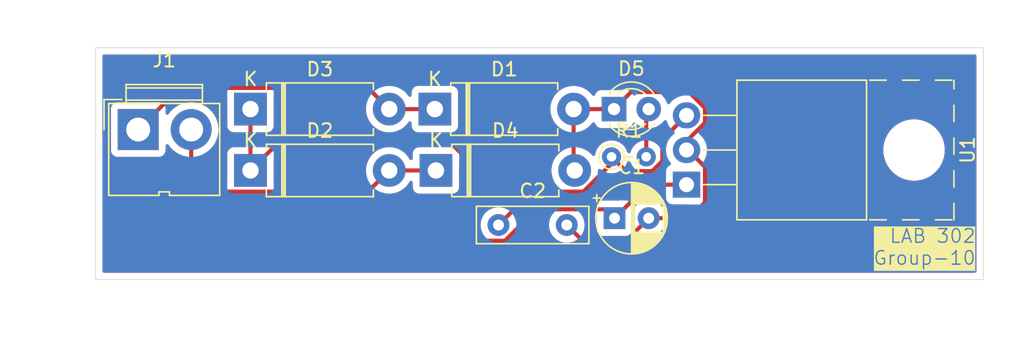
<source format=kicad_pcb>
(kicad_pcb (version 20240108) (generator "pcbnew") (generator_version "8.0")
  (layers (0 "F.Cu" signal) (31 "B.Cu" signal) (34 "B.Paste" user) (35 "F.Paste" user) (36 "B.SilkS" user "B.Silkscreen") (37 "F.SilkS" user "F.Silkscreen") (38 "B.Mask" user) (39 "F.Mask" user) (44 "Edge.Cuts" user))
  (net 0 "")
  (net 1 "Net-(D1-A)")
  (net 2 "Net-(D2-K)")
  (net 3 "Net-(U1-OUT)")
  (net 4 "Net-(D1-K)")
  (net 5 "Net-(D2-A)")
  (net 6 "Net-(D5-A)")
  (footprint "Capacitor_THT:C_Disc_D8.0mm_W2.5mm_P5.00mm" (layer "F.Cu") (at 140.5 65.5)
    (property "Reference" "C2" (at 2.5 -2.5 0) (layer "F.SilkS"))
    (property "Value" "C")
    (fp_line (start -1.62 -1.37) (end -1.62 1.37) (stroke (width 0.12)) (layer "F.SilkS"))
    (fp_line (start -1.62 -1.37) (end 6.62 -1.37) (stroke (width 0.12)) (layer "F.SilkS"))
    (fp_line (start -1.62 1.37) (end 6.62 1.37) (stroke (width 0.12)) (layer "F.SilkS"))
    (fp_line (start 6.62 -1.37) (end 6.62 1.37) (stroke (width 0.12)) (layer "F.SilkS"))
    (pad "1" thru_hole circle (at 0 0) (size 1.6 1.6) (drill 0.8) (layers "*.Cu" "*.Mask") (net 3 "Net-(U1-OUT)"))
    (pad "2" thru_hole circle (at 5 0) (size 1.6 1.6) (drill 0.8) (layers "*.Cu" "*.Mask") (net 1 "Net-(D1-A)"))
  )
  (footprint "Connector:JWT_A3963_1x02_P3.96mm_Vertical" (layer "F.Cu") (at 114.12 58.5)
    (property "Reference" "J1" (at 1.91 -5.08 0) (layer "F.SilkS"))
    (property "Value" "Conn_01x02")
    (fp_line (start -2.5 -2.2) (end -2.5 0) (stroke (width 0.12)) (layer "F.SilkS"))
    (fp_line (start -2.16 -1.91) (end -2.16 0) (stroke (width 0.12)) (layer "F.SilkS"))
    (fp_line (start -2.16 -1.91) (end 5.97 -1.91) (stroke (width 0.12)) (layer "F.SilkS"))
    (fp_line (start -2.16 0) (end -2.16 4.83) (stroke (width 0.12)) (layer "F.SilkS"))
    (fp_line (start -1.2 -2.2) (end -2.5 -2.2) (stroke (width 0.12)) (layer "F.SilkS"))
    (fp_line (start -0.89 -3.3) (end 4.7 -3.3) (stroke (width 0.12)) (layer "F.SilkS"))
    (fp_line (start -0.89 -3.05) (end 4.7 -3.05) (stroke (width 0.12)) (layer "F.SilkS"))
    (fp_line (start -0.89 -2.16) (end 4.7 -2.16) (stroke (width 0.12)) (layer "F.SilkS"))
    (fp_line (start -0.89 -1.91) (end -0.89 -3.3) (stroke (width 0.12)) (layer "F.SilkS"))
    (fp_line (start 1.52 4.57) (end 2.29 4.57) (stroke (width 0.12)) (layer "F.SilkS"))
    (fp_line (start 1.52 4.83) (end -2.16 4.83) (stroke (width 0.12)) (layer "F.SilkS"))
    (fp_line (start 1.52 4.83) (end 1.52 4.57) (stroke (width 0.12)) (layer "F.SilkS"))
    (fp_line (start 2.29 4.57) (end 2.29 4.83) (stroke (width 0.12)) (layer "F.SilkS"))
    (fp_line (start 2.29 4.83) (end 5.97 4.83) (stroke (width 0.12)) (layer "F.SilkS"))
    (fp_line (start 4.7 -1.91) (end 4.7 -3.3) (stroke (width 0.12)) (layer "F.SilkS"))
    (fp_line (start 5.97 -1.91) (end 5.97 0) (stroke (width 0.12)) (layer "F.SilkS"))
    (fp_line (start 5.97 4.83) (end 5.97 0) (stroke (width 0.12)) (layer "F.SilkS"))
    (pad "1" thru_hole rect (at 0 0) (size 3 3) (drill 1.75) (layers "*.Cu" "*.Mask") (net 4 "Net-(D1-K)"))
    (pad "2" thru_hole circle (at 3.88 0) (size 3 3) (drill 1.75) (layers "*.Cu" "*.Mask") (net 5 "Net-(D2-A)"))
  )
  (footprint "Capacitor_THT:CP_Radial_D5.0mm_P2.50mm" (layer "F.Cu") (at 149 65)
    (property "Reference" "C1" (at 1.25 -3.75 0) (layer "F.SilkS"))
    (property "Value" "2200u")
    (fp_line (start -1.554775 -1.475) (end -1.054775 -1.475) (stroke (width 0.12)) (layer "F.SilkS"))
    (fp_line (start -1.304775 -1.725) (end -1.304775 -1.225) (stroke (width 0.12)) (layer "F.SilkS"))
    (fp_line (start 1.25 -2.58) (end 1.25 2.58) (stroke (width 0.12)) (layer "F.SilkS"))
    (fp_line (start 1.29 -2.58) (end 1.29 2.58) (stroke (width 0.12)) (layer "F.SilkS"))
    (fp_line (start 1.33 -2.579) (end 1.33 2.579) (stroke (width 0.12)) (layer "F.SilkS"))
    (fp_line (start 1.37 -2.578) (end 1.37 2.578) (stroke (width 0.12)) (layer "F.SilkS"))
    (fp_line (start 1.41 -2.576) (end 1.41 2.576) (stroke (width 0.12)) (layer "F.SilkS"))
    (fp_line (start 1.45 -2.573) (end 1.45 2.573) (stroke (width 0.12)) (layer "F.SilkS"))
    (fp_line (start 1.49 -2.569) (end 1.49 -1.04) (stroke (width 0.12)) (layer "F.SilkS"))
    (fp_line (start 1.49 1.04) (end 1.49 2.569) (stroke (width 0.12)) (layer "F.SilkS"))
    (fp_line (start 1.53 -2.565) (end 1.53 -1.04) (stroke (width 0.12)) (layer "F.SilkS"))
    (fp_line (start 1.53 1.04) (end 1.53 2.565) (stroke (width 0.12)) (layer "F.SilkS"))
    (fp_line (start 1.57 -2.561) (end 1.57 -1.04) (stroke (width 0.12)) (layer "F.SilkS"))
    (fp_line (start 1.57 1.04) (end 1.57 2.561) (stroke (width 0.12)) (layer "F.SilkS"))
    (fp_line (start 1.61 -2.556) (end 1.61 -1.04) (stroke (width 0.12)) (layer "F.SilkS"))
    (fp_line (start 1.61 1.04) (end 1.61 2.556) (stroke (width 0.12)) (layer "F.SilkS"))
    (fp_line (start 1.65 -2.55) (end 1.65 -1.04) (stroke (width 0.12)) (layer "F.SilkS"))
    (fp_line (start 1.65 1.04) (end 1.65 2.55) (stroke (width 0.12)) (layer "F.SilkS"))
    (fp_line (start 1.69 -2.543) (end 1.69 -1.04) (stroke (width 0.12)) (layer "F.SilkS"))
    (fp_line (start 1.69 1.04) (end 1.69 2.543) (stroke (width 0.12)) (layer "F.SilkS"))
    (fp_line (start 1.73 -2.536) (end 1.73 -1.04) (stroke (width 0.12)) (layer "F.SilkS"))
    (fp_line (start 1.73 1.04) (end 1.73 2.536) (stroke (width 0.12)) (layer "F.SilkS"))
    (fp_line (start 1.77 -2.528) (end 1.77 -1.04) (stroke (width 0.12)) (layer "F.SilkS"))
    (fp_line (start 1.77 1.04) (end 1.77 2.528) (stroke (width 0.12)) (layer "F.SilkS"))
    (fp_line (start 1.81 -2.52) (end 1.81 -1.04) (stroke (width 0.12)) (layer "F.SilkS"))
    (fp_line (start 1.81 1.04) (end 1.81 2.52) (stroke (width 0.12)) (layer "F.SilkS"))
    (fp_line (start 1.85 -2.511) (end 1.85 -1.04) (stroke (width 0.12)) (layer "F.SilkS"))
    (fp_line (start 1.85 1.04) (end 1.85 2.511) (stroke (width 0.12)) (layer "F.SilkS"))
    (fp_line (start 1.89 -2.501) (end 1.89 -1.04) (stroke (width 0.12)) (layer "F.SilkS"))
    (fp_line (start 1.89 1.04) (end 1.89 2.501) (stroke (width 0.12)) (layer "F.SilkS"))
    (fp_line (start 1.93 -2.491) (end 1.93 -1.04) (stroke (width 0.12)) (layer "F.SilkS"))
    (fp_line (start 1.93 1.04) (end 1.93 2.491) (stroke (width 0.12)) (layer "F.SilkS"))
    (fp_line (start 1.971 -2.48) (end 1.971 -1.04) (stroke (width 0.12)) (layer "F.SilkS"))
    (fp_line (start 1.971 1.04) (end 1.971 2.48) (stroke (width 0.12)) (layer "F.SilkS"))
    (fp_line (start 2.011 -2.468) (end 2.011 -1.04) (stroke (width 0.12)) (layer "F.SilkS"))
    (fp_line (start 2.011 1.04) (end 2.011 2.468) (stroke (width 0.12)) (layer "F.SilkS"))
    (fp_line (start 2.051 -2.455) (end 2.051 -1.04) (stroke (width 0.12)) (layer "F.SilkS"))
    (fp_line (start 2.051 1.04) (end 2.051 2.455) (stroke (width 0.12)) (layer "F.SilkS"))
    (fp_line (start 2.091 -2.442) (end 2.091 -1.04) (stroke (width 0.12)) (layer "F.SilkS"))
    (fp_line (start 2.091 1.04) (end 2.091 2.442) (stroke (width 0.12)) (layer "F.SilkS"))
    (fp_line (start 2.131 -2.428) (end 2.131 -1.04) (stroke (width 0.12)) (layer "F.SilkS"))
    (fp_line (start 2.131 1.04) (end 2.131 2.428) (stroke (width 0.12)) (layer "F.SilkS"))
    (fp_line (start 2.171 -2.414) (end 2.171 -1.04) (stroke (width 0.12)) (layer "F.SilkS"))
    (fp_line (start 2.171 1.04) (end 2.171 2.414) (stroke (width 0.12)) (layer "F.SilkS"))
    (fp_line (start 2.211 -2.398) (end 2.211 -1.04) (stroke (width 0.12)) (layer "F.SilkS"))
    (fp_line (start 2.211 1.04) (end 2.211 2.398) (stroke (width 0.12)) (layer "F.SilkS"))
    (fp_line (start 2.251 -2.382) (end 2.251 -1.04) (stroke (width 0.12)) (layer "F.SilkS"))
    (fp_line (start 2.251 1.04) (end 2.251 2.382) (stroke (width 0.12)) (layer "F.SilkS"))
    (fp_line (start 2.291 -2.365) (end 2.291 -1.04) (stroke (width 0.12)) (layer "F.SilkS"))
    (fp_line (start 2.291 1.04) (end 2.291 2.365) (stroke (width 0.12)) (layer "F.SilkS"))
    (fp_line (start 2.331 -2.348) (end 2.331 -1.04) (stroke (width 0.12)) (layer "F.SilkS"))
    (fp_line (start 2.331 1.04) (end 2.331 2.348) (stroke (width 0.12)) (layer "F.SilkS"))
    (fp_line (start 2.371 -2.329) (end 2.371 -1.04) (stroke (width 0.12)) (layer "F.SilkS"))
    (fp_line (start 2.371 1.04) (end 2.371 2.329) (stroke (width 0.12)) (layer "F.SilkS"))
    (fp_line (start 2.411 -2.31) (end 2.411 -1.04) (stroke (width 0.12)) (layer "F.SilkS"))
    (fp_line (start 2.411 1.04) (end 2.411 2.31) (stroke (width 0.12)) (layer "F.SilkS"))
    (fp_line (start 2.451 -2.29) (end 2.451 -1.04) (stroke (width 0.12)) (layer "F.SilkS"))
    (fp_line (start 2.451 1.04) (end 2.451 2.29) (stroke (width 0.12)) (layer "F.SilkS"))
    (fp_line (start 2.491 -2.268) (end 2.491 -1.04) (stroke (width 0.12)) (layer "F.SilkS"))
    (fp_line (start 2.491 1.04) (end 2.491 2.268) (stroke (width 0.12)) (layer "F.SilkS"))
    (fp_line (start 2.531 -2.247) (end 2.531 -1.04) (stroke (width 0.12)) (layer "F.SilkS"))
    (fp_line (start 2.531 1.04) (end 2.531 2.247) (stroke (width 0.12)) (layer "F.SilkS"))
    (fp_line (start 2.571 -2.224) (end 2.571 -1.04) (stroke (width 0.12)) (layer "F.SilkS"))
    (fp_line (start 2.571 1.04) (end 2.571 2.224) (stroke (width 0.12)) (layer "F.SilkS"))
    (fp_line (start 2.611 -2.2) (end 2.611 -1.04) (stroke (width 0.12)) (layer "F.SilkS"))
    (fp_line (start 2.611 1.04) (end 2.611 2.2) (stroke (width 0.12)) (layer "F.SilkS"))
    (fp_line (start 2.651 -2.175) (end 2.651 -1.04) (stroke (width 0.12)) (layer "F.SilkS"))
    (fp_line (start 2.651 1.04) (end 2.651 2.175) (stroke (width 0.12)) (layer "F.SilkS"))
    (fp_line (start 2.691 -2.149) (end 2.691 -1.04) (stroke (width 0.12)) (layer "F.SilkS"))
    (fp_line (start 2.691 1.04) (end 2.691 2.149) (stroke (width 0.12)) (layer "F.SilkS"))
    (fp_line (start 2.731 -2.122) (end 2.731 -1.04) (stroke (width 0.12)) (layer "F.SilkS"))
    (fp_line (start 2.731 1.04) (end 2.731 2.122) (stroke (width 0.12)) (layer "F.SilkS"))
    (fp_line (start 2.771 -2.095) (end 2.771 -1.04) (stroke (width 0.12)) (layer "F.SilkS"))
    (fp_line (start 2.771 1.04) (end 2.771 2.095) (stroke (width 0.12)) (layer "F.SilkS"))
    (fp_line (start 2.811 -2.065) (end 2.811 -1.04) (stroke (width 0.12)) (layer "F.SilkS"))
    (fp_line (start 2.811 1.04) (end 2.811 2.065) (stroke (width 0.12)) (layer "F.SilkS"))
    (fp_line (start 2.851 -2.035) (end 2.851 -1.04) (stroke (width 0.12)) (layer "F.SilkS"))
    (fp_line (start 2.851 1.04) (end 2.851 2.035) (stroke (width 0.12)) (layer "F.SilkS"))
    (fp_line (start 2.891 -2.004) (end 2.891 -1.04) (stroke (width 0.12)) (layer "F.SilkS"))
    (fp_line (start 2.891 1.04) (end 2.891 2.004) (stroke (width 0.12)) (layer "F.SilkS"))
    (fp_line (start 2.931 -1.971) (end 2.931 -1.04) (stroke (width 0.12)) (layer "F.SilkS"))
    (fp_line (start 2.931 1.04) (end 2.931 1.971) (stroke (width 0.12)) (layer "F.SilkS"))
    (fp_line (start 2.971 -1.937) (end 2.971 -1.04) (stroke (width 0.12)) (layer "F.SilkS"))
    (fp_line (start 2.971 1.04) (end 2.971 1.937) (stroke (width 0.12)) (layer "F.SilkS"))
    (fp_line (start 3.011 -1.901) (end 3.011 -1.04) (stroke (width 0.12)) (layer "F.SilkS"))
    (fp_line (start 3.011 1.04) (end 3.011 1.901) (stroke (width 0.12)) (layer "F.SilkS"))
    (fp_line (start 3.051 -1.864) (end 3.051 -1.04) (stroke (width 0.12)) (layer "F.SilkS"))
    (fp_line (start 3.051 1.04) (end 3.051 1.864) (stroke (width 0.12)) (layer "F.SilkS"))
    (fp_line (start 3.091 -1.826) (end 3.091 -1.04) (stroke (width 0.12)) (layer "F.SilkS"))
    (fp_line (start 3.091 1.04) (end 3.091 1.826) (stroke (width 0.12)) (layer "F.SilkS"))
    (fp_line (start 3.131 -1.785) (end 3.131 -1.04) (stroke (width 0.12)) (layer "F.SilkS"))
    (fp_line (start 3.131 1.04) (end 3.131 1.785) (stroke (width 0.12)) (layer "F.SilkS"))
    (fp_line (start 3.171 -1.743) (end 3.171 -1.04) (stroke (width 0.12)) (layer "F.SilkS"))
    (fp_line (start 3.171 1.04) (end 3.171 1.743) (stroke (width 0.12)) (layer "F.SilkS"))
    (fp_line (start 3.211 -1.699) (end 3.211 -1.04) (stroke (width 0.12)) (layer "F.SilkS"))
    (fp_line (start 3.211 1.04) (end 3.211 1.699) (stroke (width 0.12)) (layer "F.SilkS"))
    (fp_line (start 3.251 -1.653) (end 3.251 -1.04) (stroke (width 0.12)) (layer "F.SilkS"))
    (fp_line (start 3.251 1.04) (end 3.251 1.653) (stroke (width 0.12)) (layer "F.SilkS"))
    (fp_line (start 3.291 -1.605) (end 3.291 -1.04) (stroke (width 0.12)) (layer "F.SilkS"))
    (fp_line (start 3.291 1.04) (end 3.291 1.605) (stroke (width 0.12)) (layer "F.SilkS"))
    (fp_line (start 3.331 -1.554) (end 3.331 -1.04) (stroke (width 0.12)) (layer "F.SilkS"))
    (fp_line (start 3.331 1.04) (end 3.331 1.554) (stroke (width 0.12)) (layer "F.SilkS"))
    (fp_line (start 3.371 -1.5) (end 3.371 -1.04) (stroke (width 0.12)) (layer "F.SilkS"))
    (fp_line (start 3.371 1.04) (end 3.371 1.5) (stroke (width 0.12)) (layer "F.SilkS"))
    (fp_line (start 3.411 -1.443) (end 3.411 -1.04) (stroke (width 0.12)) (layer "F.SilkS"))
    (fp_line (start 3.411 1.04) (end 3.411 1.443) (stroke (width 0.12)) (layer "F.SilkS"))
    (fp_line (start 3.451 -1.383) (end 3.451 -1.04) (stroke (width 0.12)) (layer "F.SilkS"))
    (fp_line (start 3.451 1.04) (end 3.451 1.383) (stroke (width 0.12)) (layer "F.SilkS"))
    (fp_line (start 3.491 -1.319) (end 3.491 -1.04) (stroke (width 0.12)) (layer "F.SilkS"))
    (fp_line (start 3.491 1.04) (end 3.491 1.319) (stroke (width 0.12)) (layer "F.SilkS"))
    (fp_line (start 3.531 -1.251) (end 3.531 -1.04) (stroke (width 0.12)) (layer "F.SilkS"))
    (fp_line (start 3.531 1.04) (end 3.531 1.251) (stroke (width 0.12)) (layer "F.SilkS"))
    (fp_line (start 3.571 -1.178) (end 3.571 1.178) (stroke (width 0.12)) (layer "F.SilkS"))
    (fp_line (start 3.611 -1.098) (end 3.611 1.098) (stroke (width 0.12)) (layer "F.SilkS"))
    (fp_line (start 3.651 -1.011) (end 3.651 1.011) (stroke (width 0.12)) (layer "F.SilkS"))
    (fp_line (start 3.691 -0.915) (end 3.691 0.915) (stroke (width 0.12)) (layer "F.SilkS"))
    (fp_line (start 3.731 -0.805) (end 3.731 0.805) (stroke (width 0.12)) (layer "F.SilkS"))
    (fp_line (start 3.771 -0.677) (end 3.771 0.677) (stroke (width 0.12)) (layer "F.SilkS"))
    (fp_line (start 3.811 -0.518) (end 3.811 0.518) (stroke (width 0.12)) (layer "F.SilkS"))
    (fp_line (start 3.851 -0.284) (end 3.851 0.284) (stroke (width 0.12)) (layer "F.SilkS"))
    (fp_circle (center 1.25 0) (end 3.87 0) (stroke (width 0.12)) (fill none) (layer "F.SilkS"))
    (pad "1" thru_hole rect (at 0 0) (size 1.6 1.6) (drill 0.8) (layers "*.Cu" "*.Mask") (net 2 "Net-(D2-K)"))
    (pad "2" thru_hole circle (at 2.5 0) (size 1.6 1.6) (drill 0.8) (layers "*.Cu" "*.Mask") (net 1 "Net-(D1-A)"))
  )
  (footprint "Resistor_THT:R_Axial_DIN0204_L3.6mm_D1.6mm_P2.54mm_Vertical" (layer "F.Cu") (at 148.78 60.5)
    (property "Reference" "R1" (at 1.27 -1.92 0) (layer "F.SilkS"))
    (property "Value" "R")
    (fp_line (start 0.92 0) (end 1.54 0) (stroke (width 0.12)) (layer "F.SilkS"))
    (fp_circle (center 0 0) (end 0.92 0) (stroke (width 0.12)) (fill none) (layer "F.SilkS"))
    (pad "1" thru_hole circle (at 0 0) (size 1.4 1.4) (drill 0.7) (layers "*.Cu" "*.Mask") (net 3 "Net-(U1-OUT)"))
    (pad "2" thru_hole oval (at 2.54 0) (size 1.4 1.4) (drill 0.7) (layers "*.Cu" "*.Mask") (net 6 "Net-(D5-A)"))
  )
  (footprint "Package_TO_SOT_THT:TO-220-3_Horizontal_TabUp" (layer "F.Cu") (at 154.27 62.54 90)
    (property "Reference" "U1" (at 2.54 20.58 90) (layer "F.SilkS"))
    (property "Value" "L7805")
    (fp_line (start 5.08 1.15) (end 5.08 3.69) (stroke (width 0.12)) (layer "F.SilkS"))
    (fp_line (start 2.54 1.15) (end 2.54 3.69) (stroke (width 0.12)) (layer "F.SilkS"))
    (fp_line (start 0 1.15) (end 0 3.69) (stroke (width 0.12)) (layer "F.SilkS"))
    (fp_line (start 7.66 3.69) (end 7.66 13.18) (stroke (width 0.12)) (layer "F.SilkS"))
    (fp_line (start -2.58 3.69) (end 7.66 3.69) (stroke (width 0.12)) (layer "F.SilkS"))
    (fp_line (start -2.58 3.69) (end -2.58 13.18) (stroke (width 0.12)) (layer "F.SilkS"))
    (fp_line (start -2.58 13.18) (end 7.66 13.18) (stroke (width 0.12)) (layer "F.SilkS"))
    (fp_line (start 7.66 13.42) (end 7.66 14.62) (stroke (width 0.12)) (layer "F.SilkS"))
    (fp_line (start -2.58 13.42) (end -2.58 14.62) (stroke (width 0.12)) (layer "F.SilkS"))
    (fp_line (start 7.66 15.82) (end 7.66 17.02) (stroke (width 0.12)) (layer "F.SilkS"))
    (fp_line (start -2.58 15.82) (end -2.58 17.02) (stroke (width 0.12)) (layer "F.SilkS"))
    (fp_line (start 7.66 18.22) (end 7.66 19.42) (stroke (width 0.12)) (layer "F.SilkS"))
    (fp_line (start -2.58 18.22) (end -2.58 19.42) (stroke (width 0.12)) (layer "F.SilkS"))
    (fp_line (start 7.02 19.58) (end 7.66 19.58) (stroke (width 0.12)) (layer "F.SilkS"))
    (fp_line (start 4.62 19.58) (end 5.82 19.58) (stroke (width 0.12)) (layer "F.SilkS"))
    (fp_line (start 2.22 19.58) (end 3.42 19.58) (stroke (width 0.12)) (layer "F.SilkS"))
    (fp_line (start -0.181 19.58) (end 1.02 19.58) (stroke (width 0.12)) (layer "F.SilkS"))
    (fp_line (start -2.58 19.58) (end -1.38 19.58) (stroke (width 0.12)) (layer "F.SilkS"))
    (pad "" np_thru_hole oval (at 2.54 16.66 90) (size 3.5 3.5) (drill 3.5) (layers "*.Cu" "*.Mask"))
    (pad "1" thru_hole rect (at 0 0 90) (size 1.905 2) (drill 1.1) (layers "*.Cu" "*.Mask") (net 2 "Net-(D2-K)"))
    (pad "2" thru_hole oval (at 2.54 0 90) (size 1.905 2) (drill 1.1) (layers "*.Cu" "*.Mask") (net 1 "Net-(D1-A)"))
    (pad "3" thru_hole oval (at 5.08 0 90) (size 1.905 2) (drill 1.1) (layers "*.Cu" "*.Mask") (net 3 "Net-(U1-OUT)"))
  )
  (footprint "LED_THT:LED_D3.0mm" (layer "F.Cu") (at 148.96 57)
    (property "Reference" "D5" (at 1.27 -2.96 0) (layer "F.SilkS"))
    (property "Value" "LED")
    (fp_line (start -0.29 -1.236) (end -0.29 -1.08) (stroke (width 0.12)) (layer "F.SilkS"))
    (fp_line (start -0.29 1.08) (end -0.29 1.236) (stroke (width 0.12)) (layer "F.SilkS"))
    (fp_arc (start -0.29 -1.235516) (mid 1.366487 -1.987659) (end 2.942335 -1.078608) (stroke (width 0.12)) (layer "F.SilkS"))
    (fp_arc (start 0.229039 -1.08) (mid 1.270117 -1.5) (end 2.31113 -1.079837) (stroke (width 0.12)) (layer "F.SilkS"))
    (fp_arc (start 2.31113 1.079837) (mid 1.270117 1.5) (end 0.229039 1.08) (stroke (width 0.12)) (layer "F.SilkS"))
    (fp_arc (start 2.942335 1.078608) (mid 1.366487 1.987659) (end -0.29 1.235516) (stroke (width 0.12)) (layer "F.SilkS"))
    (pad "1" thru_hole rect (at 0 0) (size 1.8 1.8) (drill 0.9) (layers "*.Cu" "*.Mask") (net 1 "Net-(D1-A)"))
    (pad "2" thru_hole circle (at 2.54 0) (size 1.8 1.8) (drill 0.9) (layers "*.Cu" "*.Mask") (net 6 "Net-(D5-A)"))
  )
  (footprint "Diode_THT:D_DO-15_P10.16mm_Horizontal" (layer "F.Cu") (at 135.92 61.5)
    (property "Reference" "D4" (at 5.08 -2.92 0) (layer "F.SilkS"))
    (property "Value" "Diode")
    (fp_line (start 1.16 -1.92) (end 9 -1.92) (stroke (width 0.12)) (layer "F.SilkS"))
    (fp_line (start 1.16 -1.44) (end 1.16 -1.92) (stroke (width 0.12)) (layer "F.SilkS"))
    (fp_line (start 1.16 1.44) (end 1.16 1.92) (stroke (width 0.12)) (layer "F.SilkS"))
    (fp_line (start 1.16 1.92) (end 9 1.92) (stroke (width 0.12)) (layer "F.SilkS"))
    (fp_line (start 2.3 -1.92) (end 2.3 1.92) (stroke (width 0.12)) (layer "F.SilkS"))
    (fp_line (start 2.42 -1.92) (end 2.42 1.92) (stroke (width 0.12)) (layer "F.SilkS"))
    (fp_line (start 2.54 -1.92) (end 2.54 1.92) (stroke (width 0.12)) (layer "F.SilkS"))
    (fp_line (start 9 -1.92) (end 9 -1.44) (stroke (width 0.12)) (layer "F.SilkS"))
    (fp_line (start 9 1.92) (end 9 1.44) (stroke (width 0.12)) (layer "F.SilkS"))
    (fp_text user "K" (at 0 -2.2 0) (layer "F.SilkS"))
    (pad "1" thru_hole rect (at 0 0) (size 2.4 2.4) (drill 1.2) (layers "*.Cu" "*.Mask") (net 5 "Net-(D2-A)"))
    (pad "2" thru_hole oval (at 10.16 0) (size 2.4 2.4) (drill 1.2) (layers "*.Cu" "*.Mask") (net 1 "Net-(D1-A)"))
  )
  (footprint "Diode_THT:D_DO-15_P10.16mm_Horizontal" (layer "F.Cu") (at 135.84 57)
    (property "Reference" "D1" (at 5.08 -2.92 0) (layer "F.SilkS"))
    (property "Value" "Diode")
    (fp_line (start 1.16 -1.92) (end 9 -1.92) (stroke (width 0.12)) (layer "F.SilkS"))
    (fp_line (start 1.16 -1.44) (end 1.16 -1.92) (stroke (width 0.12)) (layer "F.SilkS"))
    (fp_line (start 1.16 1.44) (end 1.16 1.92) (stroke (width 0.12)) (layer "F.SilkS"))
    (fp_line (start 1.16 1.92) (end 9 1.92) (stroke (width 0.12)) (layer "F.SilkS"))
    (fp_line (start 2.3 -1.92) (end 2.3 1.92) (stroke (width 0.12)) (layer "F.SilkS"))
    (fp_line (start 2.42 -1.92) (end 2.42 1.92) (stroke (width 0.12)) (layer "F.SilkS"))
    (fp_line (start 2.54 -1.92) (end 2.54 1.92) (stroke (width 0.12)) (layer "F.SilkS"))
    (fp_line (start 9 -1.92) (end 9 -1.44) (stroke (width 0.12)) (layer "F.SilkS"))
    (fp_line (start 9 1.92) (end 9 1.44) (stroke (width 0.12)) (layer "F.SilkS"))
    (fp_text user "K" (at 0 -2.2 0) (layer "F.SilkS"))
    (pad "1" thru_hole rect (at 0 0) (size 2.4 2.4) (drill 1.2) (layers "*.Cu" "*.Mask") (net 4 "Net-(D1-K)"))
    (pad "2" thru_hole oval (at 10.16 0) (size 2.4 2.4) (drill 1.2) (layers "*.Cu" "*.Mask") (net 1 "Net-(D1-A)"))
  )
  (footprint "Diode_THT:D_DO-15_P10.16mm_Horizontal" (layer "F.Cu") (at 122.34 61.5)
    (property "Reference" "D2" (at 5.08 -2.92 0) (layer "F.SilkS"))
    (property "Value" "Diode")
    (fp_line (start 1.16 -1.92) (end 9 -1.92) (stroke (width 0.12)) (layer "F.SilkS"))
    (fp_line (start 1.16 -1.44) (end 1.16 -1.92) (stroke (width 0.12)) (layer "F.SilkS"))
    (fp_line (start 1.16 1.44) (end 1.16 1.92) (stroke (width 0.12)) (layer "F.SilkS"))
    (fp_line (start 1.16 1.92) (end 9 1.92) (stroke (width 0.12)) (layer "F.SilkS"))
    (fp_line (start 2.3 -1.92) (end 2.3 1.92) (stroke (width 0.12)) (layer "F.SilkS"))
    (fp_line (start 2.42 -1.92) (end 2.42 1.92) (stroke (width 0.12)) (layer "F.SilkS"))
    (fp_line (start 2.54 -1.92) (end 2.54 1.92) (stroke (width 0.12)) (layer "F.SilkS"))
    (fp_line (start 9 -1.92) (end 9 -1.44) (stroke (width 0.12)) (layer "F.SilkS"))
    (fp_line (start 9 1.92) (end 9 1.44) (stroke (width 0.12)) (layer "F.SilkS"))
    (fp_text user "K" (at 0 -2.2 0) (layer "F.SilkS"))
    (pad "1" thru_hole rect (at 0 0) (size 2.4 2.4) (drill 1.2) (layers "*.Cu" "*.Mask") (net 2 "Net-(D2-K)"))
    (pad "2" thru_hole oval (at 10.16 0) (size 2.4 2.4) (drill 1.2) (layers "*.Cu" "*.Mask") (net 5 "Net-(D2-A)"))
  )
  (footprint "Diode_THT:D_DO-15_P10.16mm_Horizontal" (layer "F.Cu") (at 122.34 57)
    (property "Reference" "D3" (at 5.08 -2.92 0) (layer "F.SilkS"))
    (property "Value" "Diode")
    (fp_line (start 1.16 -1.92) (end 9 -1.92) (stroke (width 0.12)) (layer "F.SilkS"))
    (fp_line (start 1.16 -1.44) (end 1.16 -1.92) (stroke (width 0.12)) (layer "F.SilkS"))
    (fp_line (start 1.16 1.44) (end 1.16 1.92) (stroke (width 0.12)) (layer "F.SilkS"))
    (fp_line (start 1.16 1.92) (end 9 1.92) (stroke (width 0.12)) (layer "F.SilkS"))
    (fp_line (start 2.3 -1.92) (end 2.3 1.92) (stroke (width 0.12)) (layer "F.SilkS"))
    (fp_line (start 2.42 -1.92) (end 2.42 1.92) (stroke (width 0.12)) (layer "F.SilkS"))
    (fp_line (start 2.54 -1.92) (end 2.54 1.92) (stroke (width 0.12)) (layer "F.SilkS"))
    (fp_line (start 9 -1.92) (end 9 -1.44) (stroke (width 0.12)) (layer "F.SilkS"))
    (fp_line (start 9 1.92) (end 9 1.44) (stroke (width 0.12)) (layer "F.SilkS"))
    (fp_text user "K" (at 0 -2.2 0) (layer "F.SilkS"))
    (pad "1" thru_hole rect (at 0 0) (size 2.4 2.4) (drill 1.2) (layers "*.Cu" "*.Mask") (net 2 "Net-(D2-K)"))
    (pad "2" thru_hole oval (at 10.16 0) (size 2.4 2.4) (drill 1.2) (layers "*.Cu" "*.Mask") (net 4 "Net-(D1-K)"))
  )
  (gr_rect (start 111 52.5) (end 176 69.5) (stroke (width 0.05)) (fill none) (layer "Edge.Cuts"))
  (gr_text "LAB 302\nGroup-10" (at 175.5 68.5 0) (layer "F.SilkS" knockout) (effects (font (size 1 1) (thickness 0.1)) (justify right bottom)))
  (segment (start 146 61.42) (end 146.08 61.5) (width 0.3) (layer "F.Cu") (net 1))
  (segment (start 154.27 59.349513) (end 155.62 57.999513) (width 0.3) (layer "F.Cu") (net 1))
  (segment (start 149.85 66.65) (end 151.5 65) (width 0.3) (layer "F.Cu") (net 1))
  (segment (start 155.62 61.2375) (end 154.3825 60) (width 0.3) (layer "F.Cu") (net 1))
  (segment (start 154.4625 65) (end 155.62 63.8425) (width 0.3) (layer "F.Cu") (net 1))
  (segment (start 154.27 60) (end 154.27 59.349513) (width 0.3) (layer "F.Cu") (net 1))
  (segment (start 155.62 63.8425) (end 155.62 61.2375) (width 0.3) (layer "F.Cu") (net 1))
  (segment (start 154.3825 60) (end 154.27 60) (width 0.3) (layer "F.Cu") (net 1))
  (segment (start 151.5 65) (end 154.4625 65) (width 0.3) (layer "F.Cu") (net 1))
  (segment (start 145.5 65.5) (end 146.65 66.65) (width 0.3) (layer "F.Cu") (net 1))
  (segment (start 150.21 55.75) (end 148.96 57) (width 0.3) (layer "F.Cu") (net 1))
  (segment (start 155.62 57.999513) (end 155.62 56.920487) (width 0.3) (layer "F.Cu") (net 1))
  (segment (start 148.96 57) (end 146 57) (width 0.3) (layer "F.Cu") (net 1))
  (segment (start 155.62 56.920487) (end 154.449513 55.75) (width 0.3) (layer "F.Cu") (net 1))
  (segment (start 154.449513 55.75) (end 150.21 55.75) (width 0.3) (layer "F.Cu") (net 1))
  (segment (start 146 57) (end 146 61.42) (width 0.3) (layer "F.Cu") (net 1))
  (segment (start 146.65 66.65) (end 149.85 66.65) (width 0.3) (layer "F.Cu") (net 1))
  (segment (start 151.46 62.54) (end 149 65) (width 0.3) (layer "F.Cu") (net 2))
  (segment (start 137.02 59.5) (end 124.34 59.5) (width 0.3) (layer "F.Cu") (net 2))
  (segment (start 124.34 59.5) (end 122.34 61.5) (width 0.3) (layer "F.Cu") (net 2))
  (segment (start 140.976346 66.65) (end 138.79 66.65) (width 0.3) (layer "F.Cu") (net 2))
  (segment (start 138.79 66.65) (end 138.79 61.27) (width 0.3) (layer "F.Cu") (net 2))
  (segment (start 149 65) (end 148.35 64.35) (width 0.3) (layer "F.Cu") (net 2))
  (segment (start 122.34 61.5) (end 122.34 57) (width 0.3) (layer "F.Cu") (net 2))
  (segment (start 143.276346 64.35) (end 140.976346 66.65) (width 0.3) (layer "F.Cu") (net 2))
  (segment (start 148.35 64.35) (end 143.276346 64.35) (width 0.3) (layer "F.Cu") (net 2))
  (segment (start 138.79 61.27) (end 137.02 59.5) (width 0.3) (layer "F.Cu") (net 2))
  (segment (start 154.27 62.54) (end 151.46 62.54) (width 0.3) (layer "F.Cu") (net 2))
  (segment (start 148.78 60.992032) (end 148.78 60.5) (width 0.3) (layer "F.Cu") (net 3))
  (segment (start 142.95 63.05) (end 146.722032 63.05) (width 0.3) (layer "F.Cu") (net 3))
  (segment (start 148.78 60.5) (end 149.83 61.55) (width 0.3) (layer "F.Cu") (net 3))
  (segment (start 149.83 61.55) (end 151.754925 61.55) (width 0.3) (layer "F.Cu") (net 3))
  (segment (start 140.5 65.5) (end 142.95 63.05) (width 0.3) (layer "F.Cu") (net 3))
  (segment (start 146.722032 63.05) (end 148.78 60.992032) (width 0.3) (layer "F.Cu") (net 3))
  (segment (start 152.5 59.23) (end 154.27 57.46) (width 0.3) (layer "F.Cu") (net 3))
  (segment (start 152.5 60.804925) (end 152.5 59.23) (width 0.3) (layer "F.Cu") (net 3))
  (segment (start 151.754925 61.55) (end 152.5 60.804925) (width 0.3) (layer "F.Cu") (net 3))
  (segment (start 114.12 58.5) (end 117.17 55.45) (width 0.3) (layer "F.Cu") (net 4))
  (segment (start 132.5 57) (end 135.84 57) (width 0.3) (layer "F.Cu") (net 4))
  (segment (start 130.95 55.45) (end 132.5 57) (width 0.3) (layer "F.Cu") (net 4))
  (segment (start 117.17 55.45) (end 130.95 55.45) (width 0.3) (layer "F.Cu") (net 4))
  (segment (start 132.5 61.5) (end 135.92 61.5) (width 0.3) (layer "F.Cu") (net 5))
  (segment (start 118 58.5) (end 118 60.62132) (width 0.3) (layer "F.Cu") (net 5))
  (segment (start 130.95 63.05) (end 132.5 61.5) (width 0.3) (layer "F.Cu") (net 5))
  (segment (start 118 60.62132) (end 120.42868 63.05) (width 0.3) (layer "F.Cu") (net 5))
  (segment (start 120.42868 63.05) (end 130.95 63.05) (width 0.3) (layer "F.Cu") (net 5))
  (segment (start 151.32 60.5) (end 151.32 57.18) (width 0.3) (layer "F.Cu") (net 6))
  (segment (start 151.32 57.18) (end 151.5 57) (width 0.3) (layer "F.Cu") (net 6))
  (zone (net 0) (net_name "") (layers "F&B.Cu") (connect_pads (clearance 0.5)) (min_thickness 0.25) (fill yes (thermal_gap 0.5) (thermal_bridge_width 0.5) (island_removal_mode 1) (island_area_min 10))
    (polygon (pts (xy 179 49) (xy 178.5 72) (xy 104 74) (xy 106 49)))
  )
)
</source>
